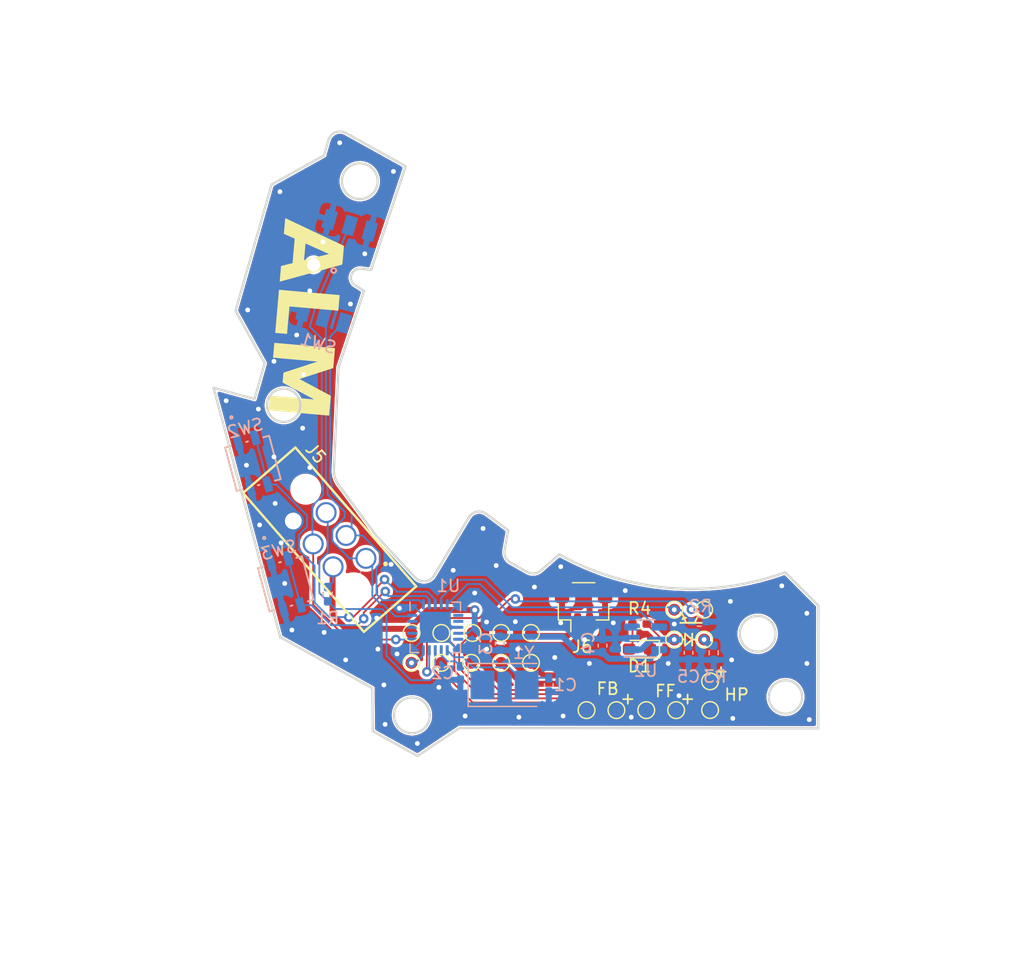
<source format=kicad_pcb>
(kicad_pcb (version 20221018) (generator pcbnew)
  (layers (0 "F.Cu" signal) (31 "B.Cu" signal) (34 "B.Paste" user) (35 "F.Paste" user) (36 "B.SilkS" user "B.Silkscreen") (37 "F.SilkS" user "F.Silkscreen") (38 "B.Mask" user) (39 "F.Mask" user) (44 "Edge.Cuts" user))
  (net 0 "")
  (net 1 "Net-(U1-XTAL1{slash}PB0)")
  (net 2 "GND")
  (net 3 "Net-(U1-XTAL2{slash}PB1)")
  (net 4 "+3V3")
  (net 5 "Net-(U2-OUT)")
  (net 6 "/~{reset}")
  (net 7 "/SCK")
  (net 8 "/MISO")
  (net 9 "/MOSI")
  (net 10 "+BATT")
  (net 11 "/opto_out")
  (net 12 "Net-(OC1-Pad2)")
  (net 13 "/vol_up")
  (net 14 "/vol_down")
  (net 15 "/FF_mic_R_+")
  (net 16 "/FF_mic_R_-")
  (net 17 "/FB_mic_R_+")
  (net 18 "/FB_mic_R_-")
  (net 19 "/HP_R_+")
  (net 20 "/HP_R_-")
  (net 21 "/right_side_data")
  (net 22 "/opto_LDR")
  (net 23 "/opto_en")
  (net 31 "Net-(D1-A)")
  (footprint "LED_SMD:LED_0603_1608Metric_Pad1.05x0.95mm_HandSolder" (layer "F.Cu") (at 61 93.7 180)
    (fp_text reference "D1" (at 0 -1.43 180) (layer "F.SilkS"))
    (fp_text value "LED")
    (pad "1" smd roundrect (at -0.875 0 180) (size 1.05 0.95) (layers "F.Cu" "F.Paste" "F.Mask") (net 2 "GND"))
    (pad "2" smd roundrect (at 0.875 0 180) (size 1.05 0.95) (layers "F.Cu" "F.Paste" "F.Mask") (net 31 "Net-(D1-A)"))
  )
  (footprint "TestPoint:TestPoint_Pad_D1.0mm" (layer "F.Cu") (at 41.912115 92.347962)
    (fp_text reference "TP8" hide)
    (fp_text value "TestPoint")
    (pad "1" smd circle (at 0 0) (size 1 1) (layers "F.Cu" "F.Mask") (net 4 "+3V3"))
  )
  (footprint "TestPoint:TestPoint_Pad_D1.0mm" (layer "F.Cu") (at 46.912115 94.847963)
    (fp_text reference "TP16" hide)
    (fp_text value "TestPoint")
    (pad "1" smd circle (at 0 0) (size 1 1) (layers "F.Cu" "F.Mask") (net 15 "/FF_mic_R_+"))
  )
  (footprint "TestPoint:TestPoint_Pad_D1.0mm" (layer "F.Cu") (at 47.012115 92.347962)
    (fp_text reference "TP13" hide)
    (fp_text value "TestPoint")
    (pad "1" smd circle (at 0 0) (size 1 1) (layers "F.Cu" "F.Mask") (net 16 "/FF_mic_R_-"))
  )
  (footprint "TestPoint:TestPoint_Pad_D1.0mm" (layer "F.Cu") (at 63.9 92.9 90)
    (fp_text reference "TP17" hide)
    (fp_text value "TestPoint")
    (pad "1" smd circle (at 0 0 90) (size 1 1) (layers "F.Cu" "F.Mask") (net 5 "Net-(U2-OUT)"))
  )
  (footprint "TestPoint:TestPoint_Pad_D1.0mm" (layer "F.Cu") (at 66.4 92.9 90)
    (fp_text reference "TP18" hide)
    (fp_text value "TestPoint")
    (pad "1" smd circle (at 0 0 90) (size 1 1) (layers "F.Cu" "F.Mask") (net 12 "Net-(OC1-Pad2)"))
  )
  (footprint "TestPoint:TestPoint_Pad_D1.0mm" (layer "F.Cu") (at 59.060237 98.808576 -90)
    (fp_text reference "TP3" hide)
    (fp_text value "TestPoint")
    (pad "1" smd circle (at 0 0 270) (size 1 1) (layers "F.Cu" "F.Mask") (net 17 "/FB_mic_R_+"))
  )
  (footprint "TestPoint:TestPoint_Pad_D1.0mm" (layer "F.Cu") (at 63.9 90.4 90)
    (fp_text reference "TP19" hide)
    (fp_text value "TestPoint")
    (pad "1" smd circle (at 0 0 90) (size 1 1) (layers "F.Cu" "F.Mask") (net 11 "/opto_out"))
  )
  (footprint "TestPoint:TestPoint_Pad_D1.0mm" (layer "F.Cu") (at 64.060236 98.808576 -90)
    (fp_text reference "TP1" hide)
    (fp_text value "TestPoint")
    (pad "1" smd circle (at 0 0 270) (size 1 1) (layers "F.Cu" "F.Mask") (net 15 "/FF_mic_R_+"))
  )
  (footprint "TestPoint:TestPoint_Pad_D1.0mm" (layer "F.Cu") (at 49.412115 92.347962)
    (fp_text reference "TP7" hide)
    (fp_text value "TestPoint")
    (pad "1" smd circle (at 0 0) (size 1 1) (layers "F.Cu" "F.Mask") (net 2 "GND"))
  )
  (footprint "TestPoint:TestPoint_Pad_D1.0mm" (layer "F.Cu") (at 66.9 98.8)
    (fp_text reference "TP6" hide)
    (fp_text value "TestPoint")
    (pad "1" smd circle (at 0 0) (size 1 1) (layers "F.Cu" "F.Mask") (net 20 "/HP_R_-"))
  )
  (footprint "TestPoint:TestPoint_Pad_D1.0mm" (layer "F.Cu") (at 51.912115 92.347962)
    (fp_text reference "TP9" hide)
    (fp_text value "TestPoint")
    (pad "1" smd circle (at 0 0) (size 1 1) (layers "F.Cu" "F.Mask") (net 10 "+BATT"))
  )
  (footprint "TestPoint:TestPoint_Pad_D1.0mm" (layer "F.Cu") (at 44.412115 94.847963)
    (fp_text reference "TP15" hide)
    (fp_text value "TestPoint")
    (pad "1" smd circle (at 0 0) (size 1 1) (layers "F.Cu" "F.Mask") (net 18 "/FB_mic_R_-"))
  )
  (footprint "TestPoint:TestPoint_Pad_D1.0mm" (layer "F.Cu") (at 41.912115 94.847963)
    (fp_text reference "TP12" hide)
    (fp_text value "TestPoint")
    (pad "1" smd circle (at 0 0) (size 1 1) (layers "F.Cu" "F.Mask") (net 21 "/right_side_data"))
  )
  (footprint "Connector_JST:JST_SH_BM02B-SRSS-TB_1x02-1MP_P1.00mm_Vertical" (layer "F.Cu") (at 56.309763 90.146694 -0.1)
    (fp_text reference "J6" (at -0.10391 3.353492 179.9) (layer "F.SilkS"))
    (fp_text value "Batt")
    (pad "1" smd roundrect (at -0.5 1.325 359.9) (size 0.6 1.55) (layers "F.Cu" "F.Paste" "F.Mask") (net 10 "+BATT"))
    (pad "2" smd roundrect (at 0.5 1.325 359.9) (size 0.6 1.55) (layers "F.Cu" "F.Paste" "F.Mask") (net 2 "GND"))
    (pad "MP" smd roundrect (at -1.8 -1.2 359.9) (size 1.2 1.8) (layers "F.Cu" "F.Paste" "F.Mask") (roundrect_rratio 0.208333) (net 2 "GND"))
    (pad "MP" smd roundrect (at 1.8 -1.2 359.9) (size 1.2 1.8) (layers "F.Cu" "F.Paste" "F.Mask") (roundrect_rratio 0.208333) (net 2 "GND"))
  )
  (footprint "TestPoint:TestPoint_Pad_D1.0mm" (layer "F.Cu") (at 66.9 96.4)
    (fp_text reference "TP5" hide)
    (fp_text value "TestPoint")
    (pad "1" smd circle (at 0 0) (size 1 1) (layers "F.Cu" "F.Mask") (net 19 "/HP_R_+"))
  )
  (footprint "TestPoint:TestPoint_Pad_D1.0mm" (layer "F.Cu") (at 56.560236 98.808576 -90)
    (fp_text reference "TP4" hide)
    (fp_text value "TestPoint")
    (pad "1" smd circle (at 0 0 270) (size 1 1) (layers "F.Cu" "F.Mask") (net 18 "/FB_mic_R_-"))
  )
  (footprint "TestPoint:TestPoint_Pad_D1.0mm" (layer "F.Cu") (at 66.4 90.4 90)
    (fp_text reference "TP20" hide)
    (fp_text value "TestPoint")
    (pad "1" smd circle (at 0 0 90) (size 1 1) (layers "F.Cu" "F.Mask") (net 22 "/opto_LDR"))
  )
  (footprint "TestPoint:TestPoint_Pad_D1.0mm" (layer "F.Cu") (at 61.560237 98.808576 -90)
    (fp_text reference "TP2" hide)
    (fp_text value "TestPoint")
    (pad "1" smd circle (at 0 0 270) (size 1 1) (layers "F.Cu" "F.Mask") (net 16 "/FF_mic_R_-"))
  )
  (footprint "TestPoint:TestPoint_Pad_D1.0mm" (layer "F.Cu") (at 44.412115 92.347962)
    (fp_text reference "TP14" hide)
    (fp_text value "TestPoint")
    (pad "1" smd circle (at 0 0) (size 1 1) (layers "F.Cu" "F.Mask") (net 17 "/FB_mic_R_+"))
  )
  (footprint "Resistor_SMD:R_0402_1005Metric_Pad0.72x0.64mm_HandSolder" (layer "F.Cu") (at 61 91.6 180)
    (fp_text reference "R4" (at 0 1.3) (layer "F.SilkS"))
    (fp_text value "220")
    (pad "1" smd roundrect (at -0.5975 0 180) (size 0.715 0.64) (layers "F.Cu" "F.Paste" "F.Mask") (net 5 "Net-(U2-OUT)"))
    (pad "2" smd roundrect (at 0.5975 0 180) (size 0.715 0.64) (layers "F.Cu" "F.Paste" "F.Mask") (net 31 "Net-(D1-A)"))
  )
  (footprint "WE 6 Position SKEDD:490107670612" (layer "F.Cu") (at 35.058531 84.536992 -49)
    (fp_text reference "J5" (at -6.221892 -3.873539 131) (layer "F.SilkS"))
    (fp_text value "programming")
    (pad "" np_thru_hole circle locked (at -4.505 -1.27 311) (size 2.1 2.1) (drill 2.1) (layers "*.Cu" "*.Mask"))
    (pad "" np_thru_hole circle locked (at 4.505 1.27 311) (size 2.5 2.5) (drill 2.5) (layers "*.Cu" "*.Mask"))
    (pad "1" thru_hole circle locked (at 3.175 -1.27 311) (size 1.75 1.75) (drill 1.4) (layers "*.Cu" "*.Mask") (net 8 "/MISO"))
    (pad "2" thru_hole circle locked (at 1.905 1.27 311) (size 1.75 1.75) (drill 1.4) (layers "*.Cu" "*.Mask") (net 4 "+3V3"))
    (pad "3" thru_hole circle locked (at 0.635 -1.27 311) (size 1.75 1.75) (drill 1.4) (layers "*.Cu" "*.Mask") (net 7 "/SCK"))
    (pad "4" thru_hole circle locked (at -0.635 1.27 311) (size 1.75 1.75) (drill 1.4) (layers "*.Cu" "*.Mask") (net 9 "/MOSI"))
    (pad "5" thru_hole circle locked (at -1.905 -1.27 311) (size 1.75 1.75) (drill 1.4) (layers "*.Cu" "*.Mask") (net 6 "/~{reset}"))
    (pad "6" thru_hole circle locked (at -3.175 1.27 311) (size 1.75 1.75) (drill 1.4) (layers "*.Cu" "*.Mask") (net 2 "GND"))
  )
  (footprint "TestPoint:TestPoint_Pad_D1.0mm" (layer "F.Cu") (at 49.412115 94.847963)
    (fp_text reference "TP11" hide)
    (fp_text value "TestPoint")
    (pad "1" smd circle (at 0 0) (size 1 1) (layers "F.Cu" "F.Mask") (net 20 "/HP_R_-"))
  )
  (footprint "TestPoint:TestPoint_Pad_D1.0mm" (layer "F.Cu") (at 51.912115 94.847963)
    (fp_text reference "TP10" hide)
    (fp_text value "TestPoint")
    (pad "1" smd circle (at 0 0) (size 1 1) (layers "F.Cu" "F.Mask") (net 19 "/HP_R_+"))
  )
  (footprint "ul_EVQ-P7A01P:EVQ_P7_PAN" (layer "B.Cu") (at 31.385809 88.242982 -75)
    (fp_text reference "SW3" (at -2.897728 -0.16997 15 unlocked) (layer "B.SilkS") (effects (justify mirror)))
    (fp_text value "Volume down")
    (pad "1" smd rect (at -2.032 0.740001 285) (size 1.2446 0.6604) (layers "B.Cu" "B.Paste" "B.Mask") (net 2 "GND"))
    (pad "1" smd rect (at 2.032 0.740001 285) (size 1.2446 0.6604) (layers "B.Cu" "B.Paste" "B.Mask") (net 2 "GND"))
    (pad "2" smd rect (at -2.032 -0.740001 285) (size 1.2446 0.6604) (layers "B.Cu" "B.Paste" "B.Mask") (net 14 "/vol_down"))
    (pad "2" smd rect (at 2.032 -0.740001 285) (size 1.2446 0.6604) (layers "B.Cu" "B.Paste" "B.Mask") (net 14 "/vol_down"))
  )
  (footprint "Capacitor_SMD:C_0402_1005Metric_Pad0.74x0.62mm_HandSolder" (layer "B.Cu") (at 65.1 94 -90)
    (fp_text reference "C5" (at 2 0 -180) (layer "B.SilkS") (effects (justify mirror)))
    (fp_text value "0.1uF")
    (pad "1" smd roundrect (at -0.5675 0 270) (size 0.735 0.62) (layers "B.Cu" "B.Paste" "B.Mask") (net 5 "Net-(U2-OUT)"))
    (pad "2" smd roundrect (at 0.5675 0 270) (size 0.735 0.62) (layers "B.Cu" "B.Paste" "B.Mask") (net 2 "GND"))
  )
  (footprint "Capacitor_SMD:C_0402_1005Metric_Pad0.74x0.62mm_HandSolder" (layer "B.Cu") (at 57.9 93.4 90)
    (fp_text reference "C4" (at 0.2 -1.2 90) (layer "B.SilkS") (effects (justify mirror)))
    (fp_text value "10uF")
    (pad "1" smd roundrect (at -0.5675 0 90) (size 0.735 0.62) (layers "B.Cu" "B.Paste" "B.Mask") (net 4 "+3V3"))
    (pad "2" smd roundrect (at 0.5675 0 90) (size 0.735 0.62) (layers "B.Cu" "B.Paste" "B.Mask") (net 2 "GND"))
  )
  (footprint "Package_TO_SOT_SMD:SOT-23-5" (layer "B.Cu") (at 61.5 92.8)
    (fp_text reference "U2" (at 0 2.7) (layer "B.SilkS") (effects (justify mirror)))
    (fp_text value "AP22814AW5")
    (pad "1" smd roundrect (at -1.1375 0.95) (size 1.325 0.6) (layers "B.Cu" "B.Paste" "B.Mask") (net 5 "Net-(U2-OUT)"))
    (pad "2" smd roundrect (at -1.1375 0) (size 1.325 0.6) (layers "B.Cu" "B.Paste" "B.Mask") (net 2 "GND"))
    (pad "3" smd roundrect (at -1.1375 -0.95) (size 1.325 0.6) (layers "B.Cu" "B.Paste" "B.Mask"))
    (pad "4" smd roundrect (at 1.1375 -0.95) (size 1.325 0.6) (layers "B.Cu" "B.Paste" "B.Mask") (net 23 "/opto_en"))
    (pad "5" smd roundrect (at 1.1375 0.95) (size 1.325 0.6) (layers "B.Cu" "B.Paste" "B.Mask") (net 4 "+3V3"))
  )
  (footprint "Capacitor_SMD:C_0402_1005Metric_Pad0.74x0.62mm_HandSolder" (layer "B.Cu") (at 49.3 93.2325 -90)
    (fp_text reference "C3" (at 0 1.16 90) (layer "B.SilkS") (effects (justify mirror)))
    (fp_text value "10uf")
    (pad "1" smd roundrect (at -0.5675 0 270) (size 0.735 0.62) (layers "B.Cu" "B.Paste" "B.Mask") (net 4 "+3V3"))
    (pad "2" smd roundrect (at 0.5675 0 270) (size 0.735 0.62) (layers "B.Cu" "B.Paste" "B.Mask") (net 2 "GND"))
  )
  (footprint "ul_EVQ-P7A01P:EVQ_P7_PAN" (layer "B.Cu") (at 28.637157 78.144224 -75)
    (fp_text reference "SW2" (at -3.00881 -0.146575 15 unlocked) (layer "B.SilkS") (effects (justify mirror)))
    (fp_text value "Volume up")
    (pad "1" smd rect (at -2.032 0.740001 285) (size 1.2446 0.6604) (layers "B.Cu" "B.Paste" "B.Mask") (net 2 "GND"))
    (pad "1" smd rect (at 2.032 0.740001 285) (size 1.2446 0.6604) (layers "B.Cu" "B.Paste" "B.Mask") (net 2 "GND"))
    (pad "2" smd rect (at -2.032 -0.740001 285) (size 1.2446 0.6604) (layers "B.Cu" "B.Paste" "B.Mask") (net 13 "/vol_up"))
    (pad "2" smd rect (at 2.032 -0.740001 285) (size 1.2446 0.6604) (layers "B.Cu" "B.Paste" "B.Mask") (net 13 "/vol_up"))
  )
  (footprint "Package_DFN_QFN:QFN-20-1EP_4x4mm_P0.5mm_EP2.6x2.6mm" (layer "B.Cu") (at 43.9 91.875 -90)
    (fp_text reference "U1" (at -3.475 -1.1 -180) (layer "B.SilkS") (effects (justify mirror)))
    (fp_text value "ATtiny441-M")
    (pad "1" smd roundrect (at -1.925 1 270) (size 0.85 0.25) (layers "B.Cu" "B.Paste" "B.Mask") (net 7 "/SCK"))
    (pad "2" smd roundrect (at -1.925 0.5 270) (size 0.85 0.25) (layers "B.Cu" "B.Paste" "B.Mask") (net 14 "/vol_down"))
    (pad "3" smd roundrect (at -1.925 0 270) (size 0.85 0.25) (layers "B.Cu" "B.Paste" "B.Mask") (net 13 "/vol_up"))
    (pad "4" smd roundrect (at -1.925 -0.5 270) (size 0.85 0.25) (layers "B.Cu" "B.Paste" "B.Mask") (net 11 "/opto_out"))
    (pad "5" smd roundrect (at -1.925 -1 270) (size 0.85 0.25) (layers "B.Cu" "B.Paste" "B.Mask") (net 23 "/opto_en"))
    (pad "6" smd roundrect (at -1 -1.925 270) (size 0.25 0.85) (layers "B.Cu" "B.Paste" "B.Mask"))
    (pad "7" smd roundrect (at -0.5 -1.925 270) (size 0.25 0.85) (layers "B.Cu" "B.Paste" "B.Mask"))
    (pad "8" smd roundrect (at 0 -1.925 270) (size 0.25 0.85) (layers "B.Cu" "B.Paste" "B.Mask") (net 2 "GND"))
    (pad "9" smd roundrect (at 0.5 -1.925 270) (size 0.25 0.85) (layers "B.Cu" "B.Paste" "B.Mask") (net 4 "+3V3"))
    (pad "10" smd roundrect (at 1 -1.925 270) (size 0.25 0.85) (layers "B.Cu" "B.Paste" "B.Mask"))
    (pad "11" smd roundrect (at 1.925 -1 270) (size 0.85 0.25) (layers "B.Cu" "B.Paste" "B.Mask") (net 1 "Net-(U1-XTAL1{slash}PB0)"))
    (pad "12" smd roundrect (at 1.925 -0.5 270) (size 0.85 0.25) (layers "B.Cu" "B.Paste" "B.Mask") (net 3 "Net-(U1-XTAL2{slash}PB1)"))
    (pad "13" smd roundrect (at 1.925 0 270) (size 0.85 0.25) (layers "B.Cu" "B.Paste" "B.Mask") (net 6 "/~{reset}"))
    (pad "14" smd roundrect (at 1.925 0.5 270) (size 0.85 0.25) (layers "B.Cu" "B.Paste" "B.Mask") (net 22 "/opto_LDR"))
    (pad "15" smd roundrect (at 1.925 1 270) (size 0.85 0.25) (layers "B.Cu" "B.Paste" "B.Mask") (net 21 "/right_side_data"))
    (pad "16" smd roundrect (at 1 1.925 270) (size 0.25 0.85) (layers "B.Cu" "B.Paste" "B.Mask") (net 9 "/MOSI"))
    (pad "17" smd roundrect (at 0.5 1.925 270) (size 0.25 0.85) (layers "B.Cu" "B.Paste" "B.Mask"))
    (pad "18" smd roundrect (at 0 1.925 270) (size 0.25 0.85) (layers "B.Cu" "B.Paste" "B.Mask"))
    (pad "19" smd roundrect (at -0.5 1.925 270) (size 0.25 0.85) (layers "B.Cu" "B.Paste" "B.Mask"))
    (pad "20" smd roundrect (at -1 1.925 270) (size 0.25 0.85) (layers "B.Cu" "B.Paste" "B.Mask") (net 8 "/MISO"))
    (pad "21" smd rect (at 0 0 270) (size 2.6 2.6) (layers "B.Cu" "B.Mask") (net 2 "GND"))
  )
  (footprint "JLS1300-08:JLS1300-08-1F" (layer "B.Cu") (at 35.644871 62.067512 -105.899)
    (fp_text reference "SW1" (at 6.224925 -0.166889 -15.899 unlocked) (layer "B.SilkS") (effects (justify mirror)))
    (fp_text value "jog stick")
    (pad "" np_thru_hole circle (at 0 -2 254.101) (size 1.1 1.1) (drill 1.1) (layers "F&B.Cu" "*.Mask"))
    (pad "" np_thru_hole circle (at 0 2 254.101) (size 1.1 1.1) (drill 1.1) (layers "F&B.Cu" "*.Mask"))
    (pad "1" smd rect (at -4 1.75 254.101) (size 1.6 1) (layers "B.Cu" "B.Paste" "B.Mask") (net 2 "GND"))
    (pad "2" smd rect (at -4 0 254.101) (size 1.6 1) (layers "B.Cu" "B.Paste" "B.Mask") (net 9 "/MOSI"))
    (pad "3" smd rect (at -4 -1.75 254.101) (size 1.6 1) (layers "B.Cu" "B.Paste" "B.Mask") (net 2 "GND"))
    (pad "4" smd rect (at 4 1.75 254.101) (size 1.6 1) (layers "B.Cu" "B.Paste" "B.Mask") (net 2 "GND"))
    (pad "5" smd rect (at 4 0 254.101) (size 1.6 1) (layers "B.Cu" "B.Paste" "B.Mask") (net 8 "/MISO"))
    (pad "6" smd rect (at 4 -1.75 254.101) (size 1.6 1) (layers "B.Cu" "B.Paste" "B.Mask") (net 7 "/SCK"))
  )
  (footprint "Resistor_SMD:R_0402_1005Metric_Pad0.72x0.64mm_HandSolder" (layer "B.Cu") (at 66 91.4)
    (fp_text reference "R2" (at 0.1 -1.3) (layer "B.SilkS") (effects (justify mirror)))
    (fp_text value "68k")
    (pad "1" smd roundrect (at -0.5975 0) (size 0.715 0.64) (layers "B.Cu" "B.Paste" "B.Mask") (net 11 "/opto_out"))
    (pad "2" smd roundrect (at 0.5975 0) (size 0.715 0.64) (layers "B.Cu" "B.Paste" "B.Mask") (net 2 "GND"))
  )
  (footprint "Resistor_SMD:R_0402_1005Metric_Pad0.72x0.64mm_HandSolder" (layer "B.Cu") (at 34.9 89.1 -90)
    (fp_text reference "R1" (at 2 0 -180) (layer "B.SilkS") (effects (justify mirror)))
    (fp_text value "10k")
    (pad "1" smd roundrect (at -0.5975 0 270) (size 0.715 0.64) (layers "B.Cu" "B.Paste" "B.Mask") (net 4 "+3V3"))
    (pad "2" smd roundrect (at 0.5975 0 270) (size 0.715 0.64) (layers "B.Cu" "B.Paste" "B.Mask") (net 6 "/~{reset}"))
  )
  (footprint "Capacitor_SMD:C_0402_1005Metric_Pad0.74x0.62mm_HandSolder" (layer "B.Cu") (at 53.4 96.7 -90)
    (fp_text reference "C1" (at 0 -1.4 -180) (layer "B.SilkS") (effects (justify mirror)))
    (fp_text value "18pF")
    (pad "1" smd roundrect (at -0.5675 0 270) (size 0.735 0.62) (layers "B.Cu" "B.Paste" "B.Mask") (net 1 "Net-(U1-XTAL1{slash}PB0)"))
    (pad "2" smd roundrect (at 0.5675 0 270) (size 0.735 0.62) (layers "B.Cu" "B.Paste" "B.Mask") (net 2 "GND"))
  )
  (footprint "Resistor_SMD:R_0402_1005Metric_Pad0.72x0.64mm_HandSolder" (layer "B.Cu") (at 67.2 94 -90)
    (fp_text reference "R3" (at 2 -0.1 -180) (layer "B.SilkS") (effects (justify mirror)))
    (fp_text value "200")
    (pad "1" smd roundrect (at -0.5975 0 270) (size 0.715 0.64) (layers "B.Cu" "B.Paste" "B.Mask") (net 12 "Net-(OC1-Pad2)"))
    (pad "2" smd roundrect (at 0.5975 0 270) (size 0.715 0.64) (layers "B.Cu" "B.Paste" "B.Mask") (net 2 "GND"))
  )
  (footprint "Crystal:Crystal_SMD_5032-2Pin_5.0x3.2mm" (layer "B.Cu") (at 49.7 96.7)
    (fp_text reference "Y1" (at 1.6 -2.7) (layer "B.SilkS") (effects (justify mirror)))
    (fp_text value "8Mhz")
    (pad "1" smd rect (at -1.85 0) (size 2 2.4) (layers "B.Cu" "B.Paste" "B.Mask") (net 3 "Net-(U1-XTAL2{slash}PB1)"))
    (pad "2" smd rect (at 1.85 0) (size 2 2.4) (layers "B.Cu" "B.Paste" "B.Mask") (net 1 "Net-(U1-XTAL1{slash}PB0)"))
  )
  (footprint "Capacitor_SMD:C_0402_1005Metric_Pad0.74x0.62mm_HandSolder" (layer "B.Cu") (at 46 95.7 -90)
    (fp_text reference "C2" (at 0 1.5 -180) (layer "B.SilkS") (effects (justify mirror)))
    (fp_text value "18pF")
    (pad "1" smd roundrect (at -0.5675 0 270) (size 0.735 0.62) (layers "B.Cu" "B.Paste" "B.Mask") (net 3 "Net-(U1-XTAL2{slash}PB1)"))
    (pad "2" smd roundrect (at 0.5675 0 270) (size 0.735 0.62) (layers "B.Cu" "B.Paste" "B.Mask") (net 2 "GND"))
  )
  (gr_line (start 64.7 91) (end 64.9 91.1) (stroke (width 0.15)) (layer "F.SilkS"))
  (gr_line (start 64.8 92.4) (end 64.8 93.4) (stroke (width 0.15)) (layer "F.SilkS"))
  (gr_line (start 64.8 93.4) (end 65.4 92.9) (stroke (width 0.15)) (layer "F.SilkS"))
  (gr_line (start 64.7 91) (end 64.6 91.2) (stroke (width 0.15)) (layer "F.SilkS"))
  (gr_line (start 65.4 93.4) (end 65.4 92.4) (stroke (width 0.15)) (layer "F.SilkS"))
  (gr_line (start 64.4 91.5) (end 66.2 91.5) (stroke (width 0.15)) (layer "F.SilkS"))
  (gr_line (start 64.8 92.9) (end 64.6 92.9) (stroke (width 0.15)) (layer "F.SilkS"))
  (gr_line (start 65.6 91.5) (end 64.9 91.5) (stroke (width 0.15)) (layer "F.SilkS"))
  (gr_line (start 65.4 92.9) (end 64.8 92.4) (stroke (width 0.15)) (layer "F.SilkS"))
  (gr_line (start 64.9 91.5) (end 64.6 90.8) (stroke (width 0.15)) (layer "F.SilkS"))
  (gr_line (start 65.9 90.9) (end 65.6 91.5) (stroke (width 0.15)) (layer "F.SilkS"))
  (gr_line (start 65.4 92.9) (end 65.7 92.9) (stroke (width 0.15)) (layer "F.SilkS"))
  (gr_line (start 38.926004 84.163682) (end 42.214433 87.704859) (stroke (width 0.2)) (layer "Edge.Cuts"))
  (gr_line (start 41.425572 53.261303) (end 36.405822 50.478811) (stroke (width 0.2)) (layer "Edge.Cuts"))
  (gr_line (start 42.415401 102.646392) (end 45.931182 100.302904) (stroke (width 0.2)) (layer "Edge.Cuts"))
  (gr_line (start 51.583438 87.238693) (end 50.196266 86.453745) (stroke (width 0.2)) (layer "Edge.Cuts"))
  (gr_arc (start 73.187299 87.267192) (mid 63.567585 88.579437) (end 54.27505 85.767023) (stroke (width 0.2)) (layer "Edge.Cuts"))
  (gr_arc (start 46.716395 82.668686) (mid 47.38091 82.200805) (end 48.173433 82.380883) (stroke (width 0.2)) (layer "Edge.Cuts"))
  (gr_line (start 30.202663 54.796966) (end 34.595516 52.354384) (stroke (width 0.2)) (layer "Edge.Cuts"))
  (gr_arc (start 34.959388 51.079062) (mid 35.53772 50.429802) (end 36.405822 50.478811) (stroke (width 0.2)) (layer "Edge.Cuts"))
  (gr_arc (start 52.736047 87.119525) (mid 52.178766 87.363067) (end 51.583438 87.238693) (stroke (width 0.2)) (layer "Edge.Cuts"))
  (gr_line (start 28.774912 72.754815) (end 25.346138 71.818428) (stroke (width 0.2)) (layer "Edge.Cuts"))
  (gr_arc (start 35.803758 79.92909) (mid 35.499779 79.323275) (end 35.415596 78.650721) (stroke (width 0.2)) (layer "Edge.Cuts"))
  (gr_arc (start 37.3 63.3) (mid 36.864932 62.400813) (end 37.694462 61.844304) (stroke (width 0.2)) (layer "Edge.Cuts"))
  (gr_line (start 38.926004 84.163682) (end 35.803758 79.92909) (stroke (width 0.2)) (layer "Edge.Cuts"))
  (gr_line (start 38.63133 96.970863) (end 38.674271 100.57265) (stroke (width 0.2)) (layer "Edge.Cuts"))
  (gr_line (start 27.184609 65.374837) (end 30.202663 54.796966) (stroke (width 0.2)) (layer "Edge.Cuts"))
  (gr_line (start 29.627192 69.767691) (end 28.774912 72.754815) (stroke (width 0.2)) (layer "Edge.Cuts"))
  (gr_line (start 29.627192 69.767691) (end 27.184609 65.374837) (stroke (width 0.2)) (layer "Edge.Cuts"))
  (gr_circle (center 37.58116 54.518114) (end 38.89309 55.245329) (stroke (width 0.2)) (fill none) (layer "Edge.Cuts"))
  (gr_line (start 35.8073 70.095399) (end 37.936002 63.711349) (stroke (width 0.2)) (layer "Edge.Cuts"))
  (gr_line (start 38.527827 61.941911) (end 41.425572 53.261303) (stroke (width 0.2)) (layer "Edge.Cuts"))
  (gr_line (start 38.674271 100.57265) (end 42.415401 102.646392) (stroke (width 0.2)) (layer "Edge.Cuts"))
  (gr_circle (center 73.21025 97.706399) (end 74.434717 98.385133) (stroke (width 0.2)) (fill none) (layer "Edge.Cuts"))
  (gr_circle (center 70.883833 92.415106) (end 72.195762 93.14232) (stroke (width 0.2)) (fill none) (layer "Edge.Cuts"))
  (gr_line (start 38.527827 61.941911) (end 37.694462 61.844304) (stroke (width 0.2)) (layer "Edge.Cuts"))
  (gr_line (start 30.934097 92.704216) (end 38.63133 96.970863) (stroke (width 0.2)) (layer "Edge.Cuts"))
  (gr_line (start 43.805509 87.537531) (end 46.716395 82.668686) (stroke (width 0.2)) (layer "Edge.Cuts"))
  (gr_arc (start 50.196266 86.453745) (mid 49.783974 86.009269) (end 49.704205 85.408282) (stroke (width 0.2)) (layer "Edge.Cuts"))
  (gr_line (start 75.967349 90.056792) (end 73.187299 87.267192) (stroke (width 0.2)) (layer "Edge.Cuts"))
  (gr_line (start 35.415596 78.650721) (end 35.8073 70.095399) (stroke (width 0.2)) (layer "Edge.Cuts"))
  (gr_line (start 34.595516 52.354384) (end 34.959388 51.079062) (stroke (width 0.2)) (layer "Edge.Cuts"))
  (gr_line (start 75.956588 100.334341) (end 75.967349 90.056792) (stroke (width 0.2)) (layer "Edge.Cuts"))
  (gr_line (start 54.27505 85.767023) (end 52.736047 87.119525) (stroke (width 0.2)) (layer "Edge.Cuts"))
  (gr_line (start 30.934097 92.704216) (end 25.346138 71.818428) (stroke (width 0.2)) (layer "Edge.Cuts"))
  (gr_line (start 49.704205 85.408282) (end 49.99987 83.746211) (stroke (width 0.2)) (layer "Edge.Cuts"))
  (gr_line (start 37.936002 63.711349) (end 37.3 63.3) (stroke (width 0.2)) (layer "Edge.Cuts"))
  (gr_arc (start 43.805509 87.537531) (mid 43.051788 88.018907) (end 42.214433 87.704859) (stroke (width 0.2)) (layer "Edge.Cuts"))
  (gr_line (start 45.931182 100.302904) (end 75.956588 100.334341) (stroke (width 0.2)) (layer "Edge.Cuts"))
  (gr_circle (center 31.210175 73.282024) (end 32.434643 73.960757) (stroke (width 0.2)) (fill none) (layer "Edge.Cuts"))
  (gr_line (start 48.173433 82.380883) (end 49.99987 83.746211) (stroke (width 0.2)) (layer "Edge.Cuts"))
  (gr_circle (center 41.946007 99.241689) (end 43.257936 99.968903) (stroke (width 0.2)) (fill none) (layer "Edge.Cuts"))
  (gr_text "+" (at 59.3 98.4) (layer "F.SilkS") (effects (font (size 1 1)) (justify left bottom)))
  (gr_text "HP" (at 68 98.1) (layer "F.SilkS") (effects (font (size 1 1)) (justify left bottom)))
  (gr_text "FB" (at 57.3 97.6) (layer "F.SilkS") (effects (font (size 1 1)) (justify left bottom)))
  (gr_text "ALM" (at 30.5 57.5 265) (layer "F.SilkS") (effects (font (size 5 5) (thickness 0.3) bold) (justify left bottom)))
  (gr_text "+" (at 67.1 96.1) (layer "F.SilkS") (effects (font (size 1 1)) (justify left bottom)))
  (gr_text "+" (at 64.3 98.4) (layer "F.SilkS") (effects (font (size 1 1)) (justify left bottom)))
  (gr_text "FF" (at 62.2 97.8) (layer "F.SilkS") (effects (font (size 1 1)) (justify left bottom)))
  (segment (start 50.075 95.225) (end 51.55 96.7) (width 0.15) (layer "B.Cu") (net 1))
  (segment (start 52.15 96.1) (end 51.55 96.7) (width 0.15) (layer "B.Cu") (net 1))
  (segment (start 47.068112 95.225) (end 50.075 95.225) (width 0.15) (layer "B.Cu") (net 1))
  (segment (start 44.9 93.8) (end 45.475 94.375) (width 0.15) (layer "B.Cu") (net 1))
  (segment (start 53.4 96.1325) (end 53.3675 96.1) (width 0.15) (layer "B.Cu") (net 1))
  (segment (start 53.3675 96.1) (end 52.15 96.1) (width 0.15) (layer "B.Cu") (net 1))
  (segment (start 45.475 94.375) (end 46.218112 94.375) (width 0.15) (layer "B.Cu") (net 1))
  (segment (start 46.218112 94.375) (end 47.068112 95.225) (width 0.15) (layer "B.Cu") (net 1))
  (segment (start 56.80745 92.49255) (end 56.4 92.9) (width 0.5) (layer "F.Cu") (net 2))
  (segment (start 56.80745 91.472565) (end 56.80745 92.49255) (width 0.5) (layer "F.Cu") (net 2))
  (via (at 30.5 81.5) (size 0.8) (drill 0.4) (layers "F.Cu" "B.Cu") (net 2))
  (via (at 52.2 88.5) (size 0.8) (drill 0.4) (layers "F.Cu" "B.Cu") (net 2))
  (via (at 35.9 51.3) (size 0.8) (drill 0.4) (layers "F.Cu" "B.Cu") (net 2))
  (via (at 31.9 92.1) (size 0.8) (drill 0.4) (layers "F.Cu" "B.Cu") (net 2))
  (via (at 68.8 99.5) (size 0.8) (drill 0.4) (layers "F.Cu" "B.Cu") (net 2))
  (via (at 39.6 96.7) (size 0.8) (drill 0.4) (layers "F.Cu" "B.Cu") (net 2))
  (via (at 31.3 88.2) (size 0.8) (drill 0.4) (layers "F.Cu" "B.Cu") (net 2))
  (via (at 45.4 87.1) (size 0.8) (drill 0.4) (layers "F.Cu" "B.Cu") (net 2))
  (via (at 34.6 92.3) (size 0.8) (drill 0.4) (layers "F.Cu" "B.Cu") (net 2))
  (via (at 39.7 100) (size 0.8) (drill 0.4) (layers "F.Cu" "B.Cu") (net 2))
  (via (at 42.4 101.6) (size 0.8) (drill 0.4) (layers "F.Cu" "B.Cu") (net 2))
  (via (at 36.8 64.8) (size 0.8) (drill 0.4) (layers "F.Cu" "B.Cu") (net 2))
  (via (at 29.1 73.6) (size 0.8) (drill 0.4) (layers "F.Cu" "B.Cu") (net 2))
  (via (at 47.2 89) (size 0.8) (drill 0.4) (layers "F.Cu" "B.Cu") (net 2))
  (via (at 36.4 94.6) (size 0.8) (drill 0.4) (layers "F.Cu" "B.Cu") (net 2))
  (via (at 63.4 94.9) (size 0.8) (drill 0.4) (layers "F.Cu" "B.Cu") (net 2))
  (via (at 29.2 83.3) (size 0.8) (drill 0.4) (layers "F.Cu" "B.Cu") (net 2))
  (via (at 40.7 94.1) (size 0.8) (drill 0.4) (layers "F.Cu" "B.Cu") (net 2))
  (via (at 40.9 90.2745) (size 0.8) (drill 0.4) (layers "F.Cu" "B.Cu") (net 2))
  (via (at 33.4 63.7) (size 0.8) (drill 0.4) (layers "F.Cu" "B.Cu") (net 2))
  (via (at 48.192277 91.428604) (size 0.8) (drill 0.4) (layers "F.Cu" "B.Cu") (net 2))
  (via (at 64.3 97.6) (size 0.8) (drill 0.4) (layers "F.Cu" "B.Cu") (net 2))
  (via (at 40.2 86.6) (size 0.8) (drill 0.4) (layers "F.Cu" "B.Cu") (net 2))
  (via (at 75 94.9) (size 0.8) (drill 0.4) (layers "F.Cu" "B.Cu") (net 2))
  (via (at 50.9 99.4) (size 0.8) (drill 0.4) (layers "F.Cu" "B.Cu") (net 2))
  (via (at 44.2 96.9) (size 0.8) (drill 0.4) (layers "F.Cu" "B.Cu") (net 2))
  (via (at 32.9 70.7) (size 0.8) (drill 0.4) (layers "F.Cu" "B.Cu") (net 2))
  (via (at 50.8 93.7) (size 0.8) (drill 0.4) (layers "F.Cu" "B.Cu") (net 2))
  (via (at 32.3 67.4) (size 0.8) (drill 0.4) (layers "F.Cu" "B.Cu") (net 2))
  (via (at 54.6 99.3) (size 0.8) (drill 0.4) (layers "F.Cu" "B.Cu") (net 2))
  (via (at 40.4 53.7) (size 0.8) (drill 0.4) (layers "F.Cu" "B.Cu") (net 2))
  (via (at 60.3 99.4) (size 0.8) (drill 0.4) (layers "F.Cu" "B.Cu") (net 2))
  (via (at 30.9 55.4) (size 0.8) (drill 0.4) (layers "F.Cu" "B.Cu") (net 2))
  (via (at 75 90.7) (size 0.8) (drill 0.4) (layers "F.Cu" "B.Cu") (net 2))
  (via (at 68.7 94.6) (size 0.8) (drill 0.4) (layers "F.Cu" "B.Cu") (net 2))
  (via (at 59.8 88.8) (size 0.8) (drill 0.4) (layers "F.Cu" "B.Cu") (net 2))
  (via (at 26.4 72.9) (size 0.8) (drill 0.4) (layers "F.Cu" "B.Cu") (net 2))
  (via (at 58.8 91.5) (size 0.8) (drill 0.4) (layers "F.Cu" "B.Cu") (net 2))
  (via (at 50.6 91.4) (size 0.8) (drill 0.4) (layers "F.Cu" "B.Cu") (net 2))
  (via (at 56.4 92.9) (size 0.8) (drill 0.4) (layers "F.Cu" "B.Cu") (net 2))
  (via (at 63.9 91.6) (size 0.8) (drill 0.4) (layers "F.Cu" "B.Cu") (net 2))
  (via (at 75.2 99.6) (size 0.8) (drill 0.4) (layers "F.Cu" "B.Cu") (net 2))
  (via (at 46.4 99.3) (size 0.8) (drill 0.4) (layers "F.Cu" "B.Cu") (net 2))
  (via (at 68.6 89.7) (size 0.8) (drill 0.4) (layers "F.Cu" "B.Cu") (net 2))
  (via (at 33.4 78.5) (size 0.8) (drill 0.4) (layers "F.Cu" "B.Cu") (net 2))
  (via (at 28.2 65.3) (size 0.8) (drill 0.4) (layers "F.Cu" "B.Cu") (net 2))
  (via (at 48.2 93.7) (size 0.8) (drill 0.4) (layers "F.Cu" "B.Cu") (net 2))
  (via (at 49 86.7) (size 0.8) (drill 0.4) (layers "F.Cu" "B.Cu") (net 2))
  (via (at 53.9 94.4) (size 0.8) (drill 0.4) (layers "F.Cu" "B.Cu") (net 2))
  (via (at 38 60.6) (size 0.8) (drill 0.4) (layers "F.Cu" "B.Cu") (net 2))
  (via (at 54.4 91.5) (size 0.8) (drill 0.4) (layers "F.Cu" "B.Cu") (net 2))
  (via (at 32.8 75.2) (size 0.8) (drill 0.4) (layers "F.Cu" "B.Cu") (net 2))
  (via (at 56.8 94.9) (size 0.8) (drill 0.4) (layers "F.Cu" "B.Cu") (net 2))
  (via (at 39.1 93.7) (size 0.8) (drill 0.4) (layers "F.Cu" "B.Cu") (net 2))
  (via (at 30.4 69.6) (size 0.8) (drill 0.4) (layers "F.Cu" "B.Cu") (net 2))
  (via (at 72.9 88.4) (size 0.8) (drill 0.4) (layers "F.Cu" "B.Cu") (net 2))
  (via (at 54.4 86.8) (size 0.8) (drill 0.4) (layers "F.Cu" "B.Cu") (net 2))
  (via (at 30.4 77.6) (size 0.8) (drill 0.4) (layers "F.Cu" "B.Cu") (net 2))
  (via (at 31 84.8) (size 0.8) (drill 0.4) (layers "F.Cu" "B.Cu") (net 2))
  (via (at 47.9 83.6) (size 0.8) (drill 0.4) (layers "F.Cu" "B.Cu") (net 2))
  (via (at 39 91.1) (size 0.8) (drill 0.4) (layers "F.Cu" "B.Cu") (net 2))
  (via (at 28.1 78.3) (size 0.8) (drill 0.4) (layers "F.Cu" "B.Cu") (net 2))
  (via (at 34.5 59.6) (size 0.8) (drill 0.4) (layers "F.Cu" "B.Cu") (net 2))
  (segment (start 43.877297 91.875) (end 42.276797 90.2745) (width 0.15) (layer "B.Cu") (net 2))
  (segment (start 43.9 91.875) (end 43.9 91.852297) (width 0.15) (layer "B.Cu") (net 2))
  (segment (start 43.9 91.897703) (end 45.702297 93.7) (width 0.15) (layer "B.Cu") (net 2))
  (segment (start 42.276797 90.2745) (end 40.9 90.2745) (width 0.15) (layer "B.Cu") (net 2))
  (segment (start 43.9 91.875) (end 43.877297 91.875) (width 0.15) (layer "B.Cu") (net 2))
  (segment (start 43.9 91.852297) (end 45.752297 90) (width 0.15) (layer "B.Cu") (net 2))
  (segment (start 43.9 91.875) (end 42.075 93.7) (width 0.15) (layer "B.Cu") (net 2))
  (segment (start 43.9 91.875) (end 43.9 91.897703) (width 0.15) (layer "B.Cu") (net 2))
  (segment (start 45.5925 94.725) (end 46 95.1325) (width 0.15) (layer "B.Cu") (net 3))
  (segment (start 46.2825 95.1325) (end 47.85 96.7) (width 0.15) (layer "B.Cu") (net 3))
  (segment (start 44.922703 94.725) (end 44.4 94.202297) (width 0.15) (layer "B.Cu") (net 3))
  (segment (start 44.4 94.202297) (end 44.4 93.8) (width 0.15) (layer "B.Cu") (net 3))
  (segment (start 46 95.1325) (end 46.2825 95.1325) (width 0.15) (layer "B.Cu") (net 3))
  (segment (start 44.922703 94.725) (end 45.5925 94.725) (width 0.15) (layer "B.Cu") (net 3))
  (segment (start 41.912115 92.347962) (end 41.565483 92.00133) (width 0.5) (layer "F.Cu") (net 4))
  (segment (start 47.2 90.4255) (end 43.2745 90.4255) (width 0.5) (layer "F.Cu") (net 4))
  (segment (start 41.565483 92.00133) (end 36.443792 92.00133) (width 0.5) (layer "F.Cu") (net 4))
  (segment (start 35.305596 90.863134) (end 35.305596 86.852155) (width 0.5) (layer "F.Cu") (net 4))
  (segment (start 41.912115 91.787885) (end 41.912115 92.347962) (width 0.5) (layer "F.Cu") (net 4))
  (segment (start 35.305596 86.852155) (end 35.349842 86.807909) (width 0.5) (layer "F.Cu") (net 4))
  (segment (start 43.2745 90.4255) (end 41.912115 91.787885) (width 0.5) (layer "F.Cu") (net 4))
  (segment (start 36.443792 92.00133) (end 35.305596 90.863134) (width 0.5) (layer "F.Cu") (net 4))
  (via (at 47.2 90.4255) (size 0.8) (drill 0.4) (layers "F.Cu" "B.Cu") (net 4))
  (segment (start 54.565 92.665) (end 55.8675 93.9675) (width 0.5) (layer "B.Cu") (net 4))
  (segment (start 47.2 90.4255) (end 47.2 92) (width 0.5) (layer "B.Cu") (net 4))
  (segment (start 47.2 91.8) (end 46.625 92.375) (width 0.15) (layer "B.Cu") (net 4))
  (segment (start 47.2 90.4255) (end 47.2 91.8) (width 0.15) (layer "B.Cu") (net 4))
  (segment (start 47.9 92.7) (end 49.265 92.7) (width 0.5) (layer "B.Cu") (net 4))
  (segment (start 49.3 92.665) (end 54.565 92.665) (width 0.5) (layer "B.Cu") (net 4))
  (segment (start 62.6375 93.75) (end 61.8875 94.5) (width 0.5) (layer "B.Cu") (net 4))
  (segment (start 47.2 92) (end 47.9 92.7) (width 0.5) (layer "B.Cu") (net 4))
  (segment (start 49.265 92.7) (end 49.3 92.665) (width 0.5) (layer "B.Cu") (net 4))
  (segment (start 55.8675 93.9675) (end 57.9 93.9675) (width 0.5) (layer "B.Cu") (net 4))
  (segment (start 46.625 92.375) (end 45.825 92.375) (width 0.15) (layer "B.Cu") (net 4))
  (segment (start 61.8875 94.5) (end 58.4325 94.5) (width 0.5) (layer "B.Cu") (net 4))
  (segment (start 58.4325 94.5) (end 57.9 93.9675) (width 0.5) (layer "B.Cu") (net 4))
  (segment (start 35.349842 88.052658) (end 35.349842 86.807909) (width 0.15) (layer "B.Cu") (net 4))
  (segment (start 34.9 88.5025) (end 35.349842 88.052658) (width 0.15) (layer "B.Cu") (net 4))
  (segment (start 61.5975 91.6) (end 62.8975 92.9) (width 0.15) (layer "F.Cu") (net 5))
  (segment (start 62.8975 92.9) (end 63.9 92.9) (width 0.15) (layer "F.Cu") (net 5))
  (via (at 63.9 92.9) (size 0.8) (drill 0.4) (layers "F.Cu" "B.Cu") (net 5))
  (segment (start 64.5675 92.9) (end 65.1 93.4325) (width 0.5) (layer "B.Cu") (net 5))
  (segment (start 61.976472 92.9) (end 61.126472 93.75) (width 0.5) (layer "B.Cu") (net 5))
  (segment (start 63.9 92.9) (end 61.976472 92.9) (width 0.5) (layer "B.Cu") (net 5))
  (segment (start 64.5675 92.9) (end 63.9 92.9) (width 0.5) (layer "B.Cu") (net 5))
  (segment (start 61.126472 93.75) (end 60.3625 93.75) (width 0.5) (layer "B.Cu") (net 5))
  (segment (start 34.9 89.6975) (end 34.199842 88.997342) (width 0.15) (layer "B.Cu") (net 6))
  (segment (start 43.454595 96.3) (end 41.859953 96.3) (width 0.15) (layer "B.Cu") (net 6))
  (segment (start 39.45018 90.345154) (end 35.547654 90.345154) (width 0.15) (layer "B.Cu") (net 6))
  (segment (start 43.9 95.854595) (end 43.454595 96.3) (width 0.15) (layer "B.Cu") (net 6))
  (segment (start 35.547654 90.345154) (end 34.9 89.6975) (width 0.15) (layer "B.Cu") (net 6))
  (segment (start 41.859953 96.3) (end 39.825 94.265047) (width 0.15) (layer "B.Cu") (net 6))
  (segment (start 34.9 85.631405) (end 34.9 82.398855) (width 0.15) (layer "B.Cu") (net 6))
  (segment (start 34.199842 88.997342) (end 34.199842 86.331563) (width 0.15) (layer "B.Cu") (net 6))
  (segment (start 34.9 82.398855) (end 34.76722 82.266075) (width 0.15) (layer "B.Cu") (net 6))
  (segment (start 43.9 93.8) (end 43.9 95.854595) (width 0.15) (layer "B.Cu") (net 6))
  (segment (start 34.199842 86.331563) (end 34.9 85.631405) (width 0.15) (layer "B.Cu") (net 6))
  (segment (start 39.825 94.265047) (end 39.825 90.719974) (width 0.15) (layer "B.Cu") (net 6))
  (segment (start 39.825 90.719974) (end 39.45018 90.345154) (width 0.15) (layer "B.Cu") (net 6))
  (segment (start 39.25 85.623654) (end 37.809384 84.183038) (width 0.15) (layer "B.Cu") (net 7))
  (segment (start 35.218543 79.885276) (end 35.1 79.4) (width 0.15) (layer "B.Cu") (net 7))
  (segment (start 35.1 79.4) (end 35.1 67.525987) (width 0.15) (layer "B.Cu") (net 7))
  (segment (start 38.980596 89.090648) (end 38.980596 86.84575) (width 0.15) (layer "B.Cu") (net 7))
  (segment (start 36.9 82.277535) (end 35.3 80.677535) (width 0.15) (layer "B.Cu") (net 7))
  (segment (start 36.9 83.716648) (end 36.9 82.277535) (width 0.15) (layer "B.Cu") (net 7))
  (segment (start 35.1 67.525987) (end 36.232081 66.393906) (width 0.15) (layer "B.Cu") (net 7))
  (segment (start 39.489948 89.6) (end 38.980596 89.090648) (width 0.15) (layer "B.Cu") (net 7))
  (segment (start 36.43361 84.183038) (end 36.9 83.716648) (width 0.15) (layer "B.Cu") (net 7))
  (segment (start 42.9 89.95) (end 42.55 89.6) (width 0.15) (layer "B.Cu") (net 7))
  (segment (start 38.980596 86.84575) (end 39.25 86.576346) (width 0.15) (layer "B.Cu") (net 7))
  (segment (start 42.55 89.6) (end 39.489948 89.6) (width 0.15) (layer "B.Cu") (net 7))
  (segment (start 37.809384 84.183038) (end 36.43361 84.183038) (width 0.15) (layer "B.Cu") (net 7))
  (segment (start 35.3 80.677535) (end 35.218543 79.885276) (width 0.15) (layer "B.Cu") (net 7))
  (segment (start 39.25 86.576346) (end 39.25 85.623654) (width 0.15) (layer "B.Cu") (net 7))
  (segment (start 34.76212 79.56212) (end 34.857416 79.933426) (width 0.15) (layer "B.Cu") (net 8))
  (segment (start 34.857416 79.933426) (end 34.9 80.772509) (width 0.15) (layer "B.Cu") (net 8))
  (segment (start 38.630596 86.630596) (end 38.1 86.1) (width 0.15) (layer "B.Cu") (net 8))
  (segment (start 38.630596 89.235622) (end 38.630596 86.630596) (width 0.15) (layer "B.Cu") (net 8))
  (segment (start 41.9005 90.9495) (end 40.5495 90.9495) (width 0.15) (layer "B.Cu") (net 8))
  (segment (start 34.9 80.772509) (end 36.315477 82.187986) (width 0.15) (layer "B.Cu") (net 8))
  (segment (start 39.344974 89.95) (end 38.630596 89.235622) (width 0.15) (layer "B.Cu") (net 8))
  (segment (start 34.549034 65.914477) (end 34.75 66.115443) (width 0.15) (layer "B.Cu") (net 8))
  (segment (start 35.28361 84.659384) (end 36.724226 86.1) (width 0.15) (layer "B.Cu") (net 8))
  (segment (start 39.55 89.95) (end 39.344974 89.95) (width 0.15) (layer "B.Cu") (net 8))
  (segment (start 34.75 66.115443) (end 34.75 79.506969) (width 0.15) (layer "B.Cu") (net 8))
  (segment (start 36.315477 82.187986) (end 36.315477 82.674825) (width 0.15) (layer "B.Cu") (net 8))
  (segment (start 41.975 90.875) (end 41.9005 90.9495) (width 0.15) (layer "B.Cu") (net 8))
  (segment (start 34.75 79.506969) (end 34.76212 79.56212) (width 0.15) (layer "B.Cu") (net 8))
  (segment (start 35.28361 83.706692) (end 35.28361 84.659384) (width 0.15) (layer "B.Cu") (net 8))
  (segment (start 36.315477 82.674825) (end 35.28361 83.706692) (width 0.15) (layer "B.Cu") (net 8))
  (segment (start 40.5495 90.9495) (end 39.55 89.95) (width 0.15) (layer "B.Cu") (net 8))
  (segment (start 36.724226 86.1) (end 38.1 86.1) (width 0.15) (layer "B.Cu") (net 8))
  (segment (start 36.6 92.9) (end 33.683452 89.983452) (width 0.15) (layer "F.Cu") (net 9))
  (segment (start 40.6 92.9) (end 36.6 92.9) (width 0.15) (layer "F.Cu") (net 9))
  (segment (start 33.683452 89.983452) (end 33.683452 84.890946) (width 0.15) (layer "F.Cu") (net 9))
  (via (at 40.6 92.9) (size 0.8) (drill 0.4) (layers "F.Cu" "B.Cu") (net 9))
  (segment (start 34.4 67.7) (end 33.4 66.7) (width 0.15) (layer "B.Cu") (net 9))
  (segment (start 34.5 80) (end 34.4 79.544975) (width 0.15) (layer "B.Cu") (net 9))
  (segment (start 41.572703 92.875) (end 41.975 92.875) (width 0.15) (layer "B.Cu") (net 9))
  (segment (start 34.5 80.80984) (end 34.5 80) (width 0.15) (layer "B.Cu") (net 9))
  (segment (start 41.547703 92.9) (end 41.572703 92.875) (width 0.15) (layer "B.Cu") (net 9))
  (segment (start 33.61722 81.69262) (end 34.5 80.80984) (width 0.15) (layer "B.Cu") (net 9))
  (segment (start 33.4 66.7) (end 34 64.6) (width 0.15) (layer "B.Cu") (net 9))
  (segment (start 33.61722 84.824714) (end 33.61722 81.69262) (width 0.15) (layer "B.Cu") (net 9))
  (segment (start 33.683452 84.890946) (end 33.61722 84.824714) (width 0.15) (layer "B.Cu") (net 9))
  (segment (start 40.6 92.9) (end 41.547703 92.9) (width 0.15) (layer "B.Cu") (net 9))
  (segment (start 34.4 79.544975) (end 34.4 67.7) (width 0.15) (layer "B.Cu") (net 9))
  (segment (start 34 64.6) (end 36.740708 58.220547) (width 0.15) (layer "B.Cu") (net 9))
  (segment (start 55.807428 91.731691) (end 55.807428 91.470811) (width 0.5) (layer "F.Cu") (net 10))
  (segment (start 54.939119 92.6) (end 55.807428 91.731691) (width 0.5) (layer "F.Cu") (net 10))
  (segment (start 51.912115 92.347962) (end 52.164153 92.6) (width 0.5) (layer "F.Cu") (net 10))
  (segment (start 52.164153 92.6) (end 54.939119 92.6) (width 0.5) (layer "F.Cu") (net 10))
  (via (at 63.9 90.4) (size 0.8) (drill 0.4) (layers "F.Cu" "B.Cu") (net 11))
  (segment (start 64.4025 90.4) (end 65.4025 91.4) (width 0.15) (layer "B.Cu") (net 11))
  (segment (start 50.345405 90.2) (end 48.045405 87.9) (width 0.15) (layer "B.Cu") (net 11))
  (segment (start 63.9 90.4) (end 64.4025 90.4) (width 0.15) (layer "B.Cu") (net 11))
  (segment (start 63.7 90.2) (end 50.345405 90.2) (width 0.15) (layer "B.Cu") (net 11))
  (segment (start 44.4 89.4) (end 44.4 89.95) (width 0.15) (layer "B.Cu") (net 11))
  (segment (start 48.045405 87.9) (end 45.9 87.9) (width 0.15) (layer "B.Cu") (net 11))
  (segment (start 63.9 90.4) (end 63.7 90.2) (width 0.15) (layer "B.Cu") (net 11))
  (segment (start 45.9 87.9) (end 44.4 89.4) (width 0.15) (layer "B.Cu") (net 11))
  (via (at 66.4 92.9) (size 0.8) (drill 0.4) (layers "F.Cu" "B.Cu") (net 12))
  (segment (start 66.4 92.9) (end 66.9025 93.4025) (width 0.5) (layer "B.Cu") (net 12))
  (segment (start 66.9025 93.4025) (end 67.2 93.4025) (width 0.5) (layer "B.Cu") (net 12))
  (segment (start 37.033482 91.019654) (end 36.663491 91.019654) (width 0.15) (layer "F.Cu") (net 13))
  (segment (start 39.655096 87.873535) (end 39.040071 88.48856) (width 0.15) (layer "F.Cu") (net 13))
  (segment (start 39.040071 88.48856) (end 39.040071 89.013065) (width 0.15) (layer "F.Cu") (net 13))
  (segment (start 39.040071 89.013065) (end 37.033482 91.019654) (width 0.15) (layer "F.Cu") (net 13))
  (via (at 36.663491 91.019654) (size 0.8) (drill 0.4) (layers "F.Cu" "B.Cu") (net 13))
  (via (at 39.655096 87.873535) (size 0.8) (drill 0.4) (layers "F.Cu" "B.Cu") (net 13))
  (segment (start 43.252297 88.9) (end 43.9 89.547703) (width 0.15) (layer "B.Cu") (net 13))
  (segment (start 40.698431 88.9) (end 43.252297 88.9) (width 0.15) (layer "B.Cu") (net 13))
  (segment (start 36.663491 91.019654) (end 35.019654 91.019654) (width 0.15) (layer "B.Cu") (net 13))
  (segment (start 33.167062 82.497638) (end 30.584883 79.915459) (width 0.15) (layer "B.Cu") (net 13))
  (segment (start 39.655096 87.873535) (end 39.977796 88.196235) (width 0.15) (layer "B.Cu") (net 13))
  (segment (start 33.167062 83.45033) (end 33.167062 82.497638) (width 0.15) (layer "B.Cu") (net 13))
  (segment (start 32.493408 84.123984) (end 33.167062 83.45033) (width 0.15) (layer "B.Cu") (net 13))
  (segment (start 29.877863 79.915459) (end 29.4 78) (width 0.15) (layer "B.Cu") (net 13))
  (segment (start 32.493408 85.393408) (end 32.493408 84.123984) (width 0.15) (layer "B.Cu") (net 13))
  (segment (start 35.019654 91.019654) (end 33.8 89.8) (width 0.15) (layer "B.Cu") (net 13))
  (segment (start 39.977796 88.196235) (end 39.994666 88.196235) (width 0.15) (layer "B.Cu") (net 13))
  (segment (start 43.9 89.547703) (end 43.9 89.95) (width 0.15) (layer "B.Cu") (net 13))
  (segment (start 33.8 86.7) (end 32.493408 85.393408) (width 0.15) (layer "B.Cu") (net 13))
  (segment (start 29.4 78) (end 28.826023 75.989936) (width 0.15) (layer "B.Cu") (net 13))
  (segment (start 33.8 89.8) (end 33.8 86.7) (width 0.15) (layer "B.Cu") (net 13))
  (segment (start 39.994666 88.196235) (end 40.698431 88.9) (width 0.15) (layer "B.Cu") (net 13))
  (segment (start 30.584883 79.915459) (end 29.877863 79.915459) (width 0.15) (layer "B.Cu") (net 13))
  (segment (start 37.911753 91.15183) (end 37.911753 90.636357) (width 0.15) (layer "F.Cu") (net 14))
  (segment (start 39.676875 88.871235) (end 39.715071 88.871235) (width 0.15) (layer "F.Cu") (net 14))
  (segment (start 37.911753 90.636357) (end 39.676875 88.871235) (width 0.15) (layer "F.Cu") (net 14))
  (via (at 37.911753 91.15183) (size 0.8) (drill 0.4) (layers "F.Cu" "B.Cu") (net 14))
  (via (at 39.715071 88.871235) (size 0.8) (drill 0.4) (layers "F.Cu" "B.Cu") (net 14))
  (segment (start 39.715071 88.871235) (end 39.715071 89.015071) (width 0.15) (layer "B.Cu") (net 14))
  (segment (start 37.911753 91.15183) (end 37.368929 91.694654) (width 0.15) (layer "B.Cu") (net 14))
  (segment (start 35.19968 91.694654) (end 33.519243 90.014217) (width 0.15) (layer "B.Cu") (net 14))
  (segment (start 39.95 89.25) (end 43.102297 89.25) (width 0.15) (layer "B.Cu") (net 14))
  (segment (start 39.715071 89.015071) (end 39.95 89.25) (width 0.15) (layer "B.Cu") (net 14))
  (segment (start 33.519243 90.014217) (end 32.626515 90.014217) (width 0.15) (layer "B.Cu") (net 14))
  (segment (start 43.4 89.547703) (end 43.4 89.95) (width 0.15) (layer "B.Cu") (net 14))
  (segment (start 31.574675 86.088694) (end 32.626515 90.014217) (width 0.15) (layer "B.Cu") (net 14))
  (segment (start 43.102297 89.25) (end 43.4 89.547703) (width 0.15) (layer "B.Cu") (net 14))
  (segment (start 37.368929 91.694654) (end 35.19968 91.694654) (width 0.15) (layer "B.Cu") (net 14))
  (segment (start 62.375662 97.124002) (end 49.188153 97.124001) (width 0.15) (layer "F.Cu") (net 15))
  (segment (start 49.188153 97.124001) (end 46.912115 94.847963) (width 0.15) (layer "F.Cu") (net 15))
  (segment (start 64.060236 98.808576) (end 62.375662 97.124002) (width 0.15) (layer "F.Cu") (net 15))
  (segment (start 45.9 93.460077) (end 47.012115 92.347962) (width 0.15) (layer "F.Cu") (net 16))
  (segment (start 61.560237 98.808576) (end 60.225164 97.473503) (width 0.15) (layer "F.Cu") (net 16))
  (segment (start 48.073503 97.473503) (end 45.9 95.3) (width 0.15) (layer "F.Cu") (net 16))
  (segment (start 45.9 95.3) (end 45.9 93.460077) (width 0.15) (layer "F.Cu") (net 16))
  (segment (start 60.225164 97.473503) (end 48.073503 97.473503) (width 0.15) (layer "F.Cu") (net 16))
  (segment (start 45.5 93.435847) (end 44.412115 92.347962) (width 0.15) (layer "F.Cu") (net 17))
  (segment (start 58.074665 97.823004) (end 47.823004 97.823004) (width 0.15) (layer "F.Cu") (net 17))
  (segment (start 47.823004 97.823004) (end 45.5 95.5) (width 0.15) (layer "F.Cu") (net 17))
  (segment (start 45.5 95.5) (end 45.5 93.435847) (width 0.15) (layer "F.Cu") (net 17))
  (segment (start 59.060237 98.808576) (end 58.074665 97.823004) (width 0.15) (layer "F.Cu") (net 17))
  (segment (start 56.560236 98.808576) (end 55.924164 98.172504) (width 0.15) (layer "F.Cu") (net 18))
  (segment (start 44.412115 95.555069) (end 44.412115 94.847963) (width 0.15) (layer "F.Cu") (net 18))
  (segment (start 55.924164 98.172504) (end 47.02955 98.172504) (width 0.15) (layer "F.Cu") (net 18))
  (segment (start 47.02955 98.172504) (end 44.412115 95.555069) (width 0.15) (layer "F.Cu") (net 18))
  (segment (start 52.964152 95.9) (end 66.4 95.9) (width 0.5) (layer "F.Cu") (net 19))
  (segment (start 51.912115 94.847963) (end 52.964152 95.9) (width 0.5) (layer "F.Cu") (net 19))
  (segment (start 66.4 95.9) (end 66.9 96.4) (width 0.5) (layer "F.Cu") (net 19))
  (segment (start 64.699501 96.599501) (end 66.9 98.8) (width 0.5) (layer "F.Cu") (net 20))
  (segment (start 51.163653 96.599501) (end 64.699501 96.599501) (width 0.5) (layer "F.Cu") (net 20))
  (segment (start 49.412115 94.847963) (end 51.163653 96.599501) (width 0.5) (layer "F.Cu") (net 20))
  (via (at 41.912115 94.847963) (size 0.8) (drill 0.4) (layers "F.Cu" "B.Cu") (net 21))
  (segment (start 42.252037 94.847963) (end 42.9 94.2) (width 0.15) (layer "B.Cu") (net 21))
  (segment (start 42.9 94.2) (end 42.9 93.8) (width 0.15) (layer "B.Cu") (net 21))
  (segment (start 41.912115 94.847963) (end 42.252037 94.847963) (width 0.15) (layer "B.Cu") (net 21))
  (segment (start 48.879539 90.753604) (end 47.912682 90.753604) (width 0.15) (layer "F.Cu") (net 22))
  (segment (start 43.2 91.9) (end 43.2 95.6) (width 0.15) (layer "F.Cu") (net 22))
  (segment (start 47.566286 91.1) (end 44 91.1) (width 0.15) (layer "F.Cu") (net 22))
  (segment (start 47.912682 90.753604) (end 47.566286 91.1) (width 0.15) (layer "F.Cu") (net 22))
  (segment (start 50.133143 89.5) (end 48.879539 90.753604) (width 0.15) (layer "F.Cu") (net 22))
  (segment (start 65.328194 90.371806) (end 66.371806 90.371806) (width 0.15) (layer "F.Cu") (net 22))
  (segment (start 66.371806 90.371806) (end 66.4 90.4) (width 0.15) (layer "F.Cu") (net 22))
  (segment (start 50.6 89.5) (end 50.133143 89.5) (width 0.15) (layer "F.Cu") (net 22))
  (segment (start 44 91.1) (end 43.2 91.9) (width 0.15) (layer "F.Cu") (net 22))
  (via (at 65.328194 90.371806) (size 0.8) (drill 0.4) (layers "F.Cu" "B.Cu") (net 22))
  (via (at 43.2 95.6) (size 0.8) (drill 0.4) (layers "F.Cu" "B.Cu") (net 22))
  (via (at 50.6 89.5) (size 0.8) (drill 0.4) (layers "F.Cu" "B.Cu") (net 22))
  (segment (start 64.656388 89.7) (end 50.8 89.7) (width 0.15) (layer "B.Cu") (net 22))
  (segment (start 65.328194 90.371806) (end 64.656388 89.7) (width 0.15) (layer "B.Cu") (net 22))
  (segment (start 50.8 89.7) (end 50.6 89.5) (width 0.15) (layer "B.Cu") (net 22))
  (segment (start 43.2 95.6) (end 43.4 95.4) (width 0.15) (layer "B.Cu") (net 22))
  (segment (start 43.4 95.4) (end 43.4 93.8) (width 0.15) (layer "B.Cu") (net 22))
  (segment (start 47.655026 88.25) (end 46.6 88.25) (width 0.15) (layer "B.Cu") (net 23))
  (segment (start 62.6375 91.85) (end 62.363 91.85) (width 0.15) (layer "B.Cu") (net 23))
  (segment (start 62.363 91.85) (end 61.3875 90.8745) (width 0.15) (layer "B.Cu") (net 23))
  (segment (start 46.6 88.25) (end 44.9 89.95) (width 0.15) (layer "B.Cu") (net 23))
  (segment (start 50.005026 90.6) (end 47.655026 88.25) (width 0.15) (layer "B.Cu") (net 23))
  (segment (start 61.113 90.6) (end 50.005026 90.6) (width 0.15) (layer "B.Cu") (net 23))
  (segment (start 61.3875 90.8745) (end 61.113 90.6) (width 0.15) (layer "B.Cu") (net 23))
  (segment (start 60.4025 91.6) (end 60.4025 93.3725) (width 0.15) (layer "F.Cu") (net 31))
  (segment (start 60.4025 93.3725) (end 60.075 93.7) (width 0.15) (layer "F.Cu") (net 31))
  (zone (net 2) (net_name "GND") (layers "F&B.Cu") (connect_pads (clearance 0.25)) (min_thickness 0.25) (fill yes (thermal_gap 0.5) (thermal_bridge_width 0.5) (island_removal_mode 2) (island_area_min 10))
    (polygon (pts (xy 34.136513 39.345808) (xy 93.173344 72.070457) (xy 66.508814 120.174541) (xy 7.471984 87.449892)))
  )
)
</source>
